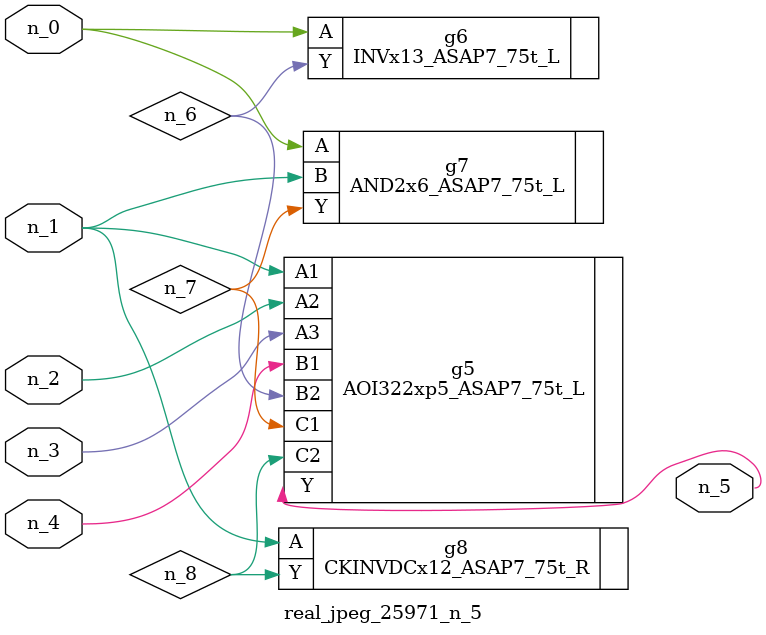
<source format=v>
module real_jpeg_25971_n_5 (n_4, n_0, n_1, n_2, n_3, n_5);

input n_4;
input n_0;
input n_1;
input n_2;
input n_3;

output n_5;

wire n_8;
wire n_6;
wire n_7;

INVx13_ASAP7_75t_L g6 ( 
.A(n_0),
.Y(n_6)
);

AND2x6_ASAP7_75t_L g7 ( 
.A(n_0),
.B(n_1),
.Y(n_7)
);

AOI322xp5_ASAP7_75t_L g5 ( 
.A1(n_1),
.A2(n_2),
.A3(n_3),
.B1(n_4),
.B2(n_6),
.C1(n_7),
.C2(n_8),
.Y(n_5)
);

CKINVDCx12_ASAP7_75t_R g8 ( 
.A(n_1),
.Y(n_8)
);


endmodule
</source>
